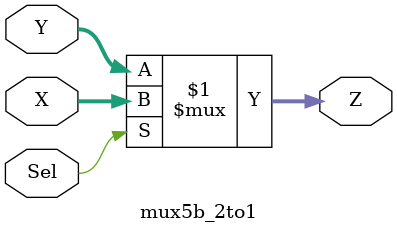
<source format=sv>
module mux5b_2to1 (Z,Sel,X,Y);   //////sel=1,z=X    sel=0,z=Y
  parameter WID = 5;
  input wire [WID-1:0] X, Y;
  input wire Sel;
  output wire [WID-1:0] Z;
  
  assign Z= Sel ? X:Y;
endmodule
</source>
